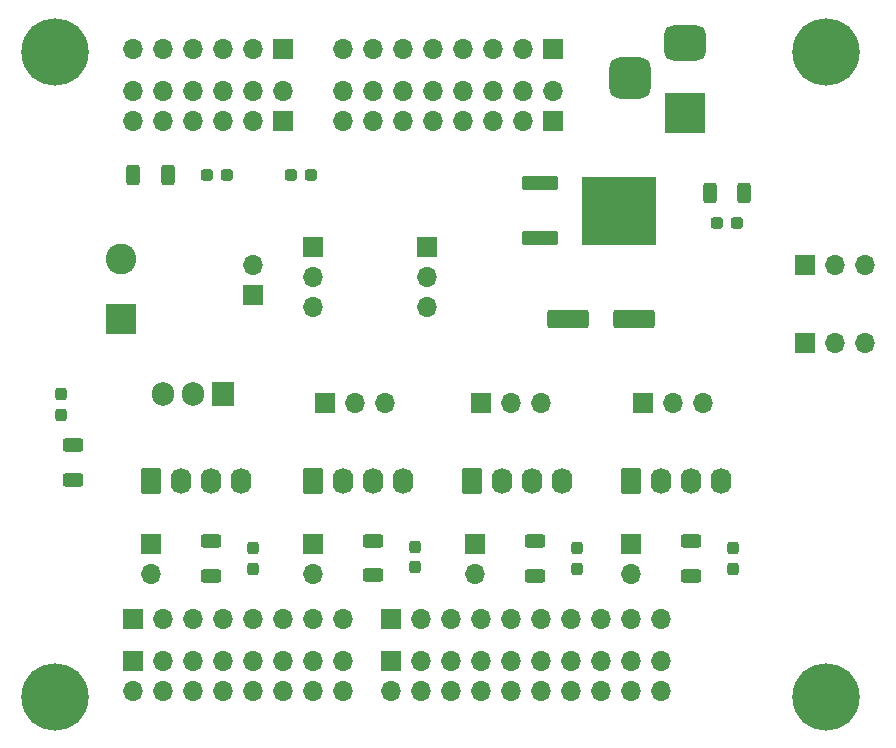
<source format=gbr>
%TF.GenerationSoftware,KiCad,Pcbnew,7.99.0-2684-g11de95778b*%
%TF.CreationDate,2023-11-20T14:54:01-05:00*%
%TF.ProjectId,ADC_MCPV01,4144435f-4d43-4505-9630-312e6b696361,rev?*%
%TF.SameCoordinates,Original*%
%TF.FileFunction,Soldermask,Top*%
%TF.FilePolarity,Negative*%
%FSLAX46Y46*%
G04 Gerber Fmt 4.6, Leading zero omitted, Abs format (unit mm)*
G04 Created by KiCad (PCBNEW 7.99.0-2684-g11de95778b) date 2023-11-20 14:54:01*
%MOMM*%
%LPD*%
G01*
G04 APERTURE LIST*
G04 Aperture macros list*
%AMRoundRect*
0 Rectangle with rounded corners*
0 $1 Rounding radius*
0 $2 $3 $4 $5 $6 $7 $8 $9 X,Y pos of 4 corners*
0 Add a 4 corners polygon primitive as box body*
4,1,4,$2,$3,$4,$5,$6,$7,$8,$9,$2,$3,0*
0 Add four circle primitives for the rounded corners*
1,1,$1+$1,$2,$3*
1,1,$1+$1,$4,$5*
1,1,$1+$1,$6,$7*
1,1,$1+$1,$8,$9*
0 Add four rect primitives between the rounded corners*
20,1,$1+$1,$2,$3,$4,$5,0*
20,1,$1+$1,$4,$5,$6,$7,0*
20,1,$1+$1,$6,$7,$8,$9,0*
20,1,$1+$1,$8,$9,$2,$3,0*%
G04 Aperture macros list end*
%ADD10O,1.700000X1.700000*%
%ADD11R,1.700000X1.700000*%
%ADD12C,5.700000*%
%ADD13O,1.905000X2.000000*%
%ADD14R,1.905000X2.000000*%
%ADD15RoundRect,0.237500X-0.237500X0.287500X-0.237500X-0.287500X0.237500X-0.287500X0.237500X0.287500X0*%
%ADD16RoundRect,0.250000X-0.625000X0.312500X-0.625000X-0.312500X0.625000X-0.312500X0.625000X0.312500X0*%
%ADD17RoundRect,0.237500X0.287500X0.237500X-0.287500X0.237500X-0.287500X-0.237500X0.287500X-0.237500X0*%
%ADD18R,3.500000X3.500000*%
%ADD19RoundRect,0.750000X-1.000000X0.750000X-1.000000X-0.750000X1.000000X-0.750000X1.000000X0.750000X0*%
%ADD20RoundRect,0.875000X-0.875000X0.875000X-0.875000X-0.875000X0.875000X-0.875000X0.875000X0.875000X0*%
%ADD21RoundRect,0.102000X-1.415000X-0.485000X1.415000X-0.485000X1.415000X0.485000X-1.415000X0.485000X0*%
%ADD22RoundRect,0.102000X-3.045000X-2.815000X3.045000X-2.815000X3.045000X2.815000X-3.045000X2.815000X0*%
%ADD23R,2.600000X2.600000*%
%ADD24C,2.600000*%
%ADD25RoundRect,0.250000X0.312500X0.625000X-0.312500X0.625000X-0.312500X-0.625000X0.312500X-0.625000X0*%
%ADD26RoundRect,0.250000X-1.500000X-0.550000X1.500000X-0.550000X1.500000X0.550000X-1.500000X0.550000X0*%
%ADD27RoundRect,0.250000X-0.620000X-0.845000X0.620000X-0.845000X0.620000X0.845000X-0.620000X0.845000X0*%
%ADD28O,1.740000X2.190000*%
%ADD29RoundRect,0.250000X0.625000X-0.312500X0.625000X0.312500X-0.625000X0.312500X-0.625000X-0.312500X0*%
G04 APERTURE END LIST*
D10*
%TO.C,V_IN1*%
X134112000Y-52324000D03*
X134112000Y-49784000D03*
D11*
X134112000Y-47244000D03*
%TD*%
D12*
%TO.C,REF\u002A\u002A*%
X102616000Y-85344000D03*
%TD*%
%TO.C,REF\u002A\u002A*%
X102616000Y-30734000D03*
%TD*%
%TO.C,REF\u002A\u002A*%
X167894000Y-30734000D03*
%TD*%
D13*
%TO.C,U3*%
X111760000Y-59690000D03*
X114300000Y-59690000D03*
D14*
X116840000Y-59690000D03*
%TD*%
D11*
%TO.C,JP_VDC1*%
X124460000Y-47244000D03*
D10*
X124460000Y-49784000D03*
X124460000Y-52324000D03*
%TD*%
D15*
%TO.C,D3*%
X133096000Y-72644000D03*
X133096000Y-74394000D03*
%TD*%
D12*
%TO.C,REF\u002A\u002A*%
X167894000Y-85344000D03*
%TD*%
D16*
%TO.C,R7*%
X129540000Y-72136000D03*
X129540000Y-75061000D03*
%TD*%
D15*
%TO.C,D5*%
X160020000Y-72785000D03*
X160020000Y-74535000D03*
%TD*%
D11*
%TO.C,J18*%
X151409000Y-72410000D03*
D10*
X151409000Y-74950000D03*
%TD*%
D11*
%TO.C,DC2*%
X125491000Y-60452000D03*
D10*
X128031000Y-60452000D03*
X130571000Y-60452000D03*
%TD*%
D17*
%TO.C,D7*%
X117207000Y-41148000D03*
X115457000Y-41148000D03*
%TD*%
D15*
%TO.C,D8*%
X103124000Y-59718000D03*
X103124000Y-61468000D03*
%TD*%
D18*
%TO.C,J6*%
X155956000Y-35972000D03*
D19*
X155956000Y-29972000D03*
D20*
X151256000Y-32972000D03*
%TD*%
D11*
%TO.C,JP_ADR1*%
X166131000Y-48768000D03*
D10*
X168671000Y-48768000D03*
X171211000Y-48768000D03*
%TD*%
D11*
%TO.C,DC3*%
X138684000Y-60452000D03*
D10*
X141224000Y-60452000D03*
X143764000Y-60452000D03*
%TD*%
D15*
%TO.C,D2*%
X119380000Y-72785000D03*
X119380000Y-74535000D03*
%TD*%
D11*
%TO.C,J13*%
X121920000Y-36576000D03*
D10*
X121920000Y-34036000D03*
X119380000Y-36576000D03*
X119380000Y-34036000D03*
X116840000Y-36576000D03*
X116840000Y-34036000D03*
X114300000Y-36576000D03*
X114300000Y-34036000D03*
X111760000Y-36576000D03*
X111760000Y-34036000D03*
X109220000Y-36576000D03*
X109220000Y-34036000D03*
%TD*%
D11*
%TO.C,J15*%
X110769000Y-72410000D03*
D10*
X110769000Y-74950000D03*
%TD*%
D11*
%TO.C,J17*%
X138201000Y-72410000D03*
D10*
X138201000Y-74950000D03*
%TD*%
D21*
%TO.C,U1*%
X143688000Y-41906000D03*
D22*
X150338000Y-44196000D03*
D21*
X143688000Y-46486000D03*
%TD*%
D23*
%TO.C,J5*%
X108204000Y-53340000D03*
D24*
X108204000Y-48260000D03*
%TD*%
D11*
%TO.C,J14*%
X131064000Y-82296000D03*
D10*
X131064000Y-84836000D03*
X133604000Y-82296000D03*
X133604000Y-84836000D03*
X136144000Y-82296000D03*
X136144000Y-84836000D03*
X138684000Y-82296000D03*
X138684000Y-84836000D03*
X141224000Y-82296000D03*
X141224000Y-84836000D03*
X143764000Y-82296000D03*
X143764000Y-84836000D03*
X146304000Y-82296000D03*
X146304000Y-84836000D03*
X148844000Y-82296000D03*
X148844000Y-84836000D03*
X151384000Y-82296000D03*
X151384000Y-84836000D03*
X153924000Y-82296000D03*
X153924000Y-84836000D03*
%TD*%
D25*
%TO.C,R10*%
X112145000Y-41148000D03*
X109220000Y-41148000D03*
%TD*%
D26*
%TO.C,C3*%
X146044000Y-53340000D03*
X151644000Y-53340000D03*
%TD*%
D27*
%TO.C,J1*%
X110744000Y-67056000D03*
D28*
X113284000Y-67056000D03*
X115824000Y-67056000D03*
X118364000Y-67056000D03*
%TD*%
D17*
%TO.C,D6*%
X124319000Y-41148000D03*
X122569000Y-41148000D03*
%TD*%
D11*
%TO.C,J11*%
X144780000Y-36576000D03*
D10*
X144780000Y-34036000D03*
X142240000Y-36576000D03*
X142240000Y-34036000D03*
X139700000Y-36576000D03*
X139700000Y-34036000D03*
X137160000Y-36576000D03*
X137160000Y-34036000D03*
X134620000Y-36576000D03*
X134620000Y-34036000D03*
X132080000Y-36576000D03*
X132080000Y-34036000D03*
X129540000Y-36576000D03*
X129540000Y-34036000D03*
X127000000Y-36576000D03*
X127000000Y-34036000D03*
%TD*%
D27*
%TO.C,J2*%
X124460000Y-67056000D03*
D28*
X127000000Y-67056000D03*
X129540000Y-67056000D03*
X132080000Y-67056000D03*
%TD*%
D27*
%TO.C,J4*%
X151384000Y-67056000D03*
D28*
X153924000Y-67056000D03*
X156464000Y-67056000D03*
X159004000Y-67056000D03*
%TD*%
D29*
%TO.C,R11*%
X104140000Y-66994500D03*
X104140000Y-64069500D03*
%TD*%
D15*
%TO.C,D4*%
X146812000Y-72785000D03*
X146812000Y-74535000D03*
%TD*%
D25*
%TO.C,R5*%
X158049500Y-42672000D03*
X160974500Y-42672000D03*
%TD*%
D11*
%TO.C,J12*%
X109220000Y-82296000D03*
D10*
X109220000Y-84836000D03*
X111760000Y-82296000D03*
X111760000Y-84836000D03*
X114300000Y-82296000D03*
X114300000Y-84836000D03*
X116840000Y-82296000D03*
X116840000Y-84836000D03*
X119380000Y-82296000D03*
X119380000Y-84836000D03*
X121920000Y-82296000D03*
X121920000Y-84836000D03*
X124460000Y-82296000D03*
X124460000Y-84836000D03*
X127000000Y-82296000D03*
X127000000Y-84836000D03*
%TD*%
D16*
%TO.C,R6*%
X115824000Y-72197500D03*
X115824000Y-75122500D03*
%TD*%
%TO.C,R8*%
X143256000Y-72197500D03*
X143256000Y-75122500D03*
%TD*%
D11*
%TO.C,J16*%
X124485000Y-72410000D03*
D10*
X124485000Y-74950000D03*
%TD*%
D11*
%TO.C,J19*%
X119380000Y-51308000D03*
D10*
X119380000Y-48768000D03*
%TD*%
D17*
%TO.C,D1*%
X160387000Y-45212000D03*
X158637000Y-45212000D03*
%TD*%
D11*
%TO.C,JP_ADR2*%
X166131000Y-55372000D03*
D10*
X168671000Y-55372000D03*
X171211000Y-55372000D03*
%TD*%
D11*
%TO.C,DC4*%
X152400000Y-60452000D03*
D10*
X154940000Y-60452000D03*
X157480000Y-60452000D03*
%TD*%
D16*
%TO.C,R9*%
X156464000Y-72197500D03*
X156464000Y-75122500D03*
%TD*%
D27*
%TO.C,J3*%
X137922000Y-67076000D03*
D28*
X140462000Y-67076000D03*
X143002000Y-67076000D03*
X145542000Y-67076000D03*
%TD*%
D11*
%TO.C,J8*%
X109220000Y-78740000D03*
D10*
X111760000Y-78740000D03*
X114300000Y-78740000D03*
X116840000Y-78740000D03*
X119380000Y-78740000D03*
X121920000Y-78740000D03*
X124460000Y-78740000D03*
X127000000Y-78740000D03*
%TD*%
D11*
%TO.C,J7*%
X144780000Y-30480000D03*
D10*
X142240000Y-30480000D03*
X139700000Y-30480000D03*
X137160000Y-30480000D03*
X134620000Y-30480000D03*
X132080000Y-30480000D03*
X129540000Y-30480000D03*
X127000000Y-30480000D03*
%TD*%
D11*
%TO.C,J9*%
X121920000Y-30480000D03*
D10*
X119380000Y-30480000D03*
X116840000Y-30480000D03*
X114300000Y-30480000D03*
X111760000Y-30480000D03*
X109220000Y-30480000D03*
%TD*%
D11*
%TO.C,J10*%
X131064000Y-78740000D03*
D10*
X133604000Y-78740000D03*
X136144000Y-78740000D03*
X138684000Y-78740000D03*
X141224000Y-78740000D03*
X143764000Y-78740000D03*
X146304000Y-78740000D03*
X148844000Y-78740000D03*
X151384000Y-78740000D03*
X153924000Y-78740000D03*
%TD*%
M02*

</source>
